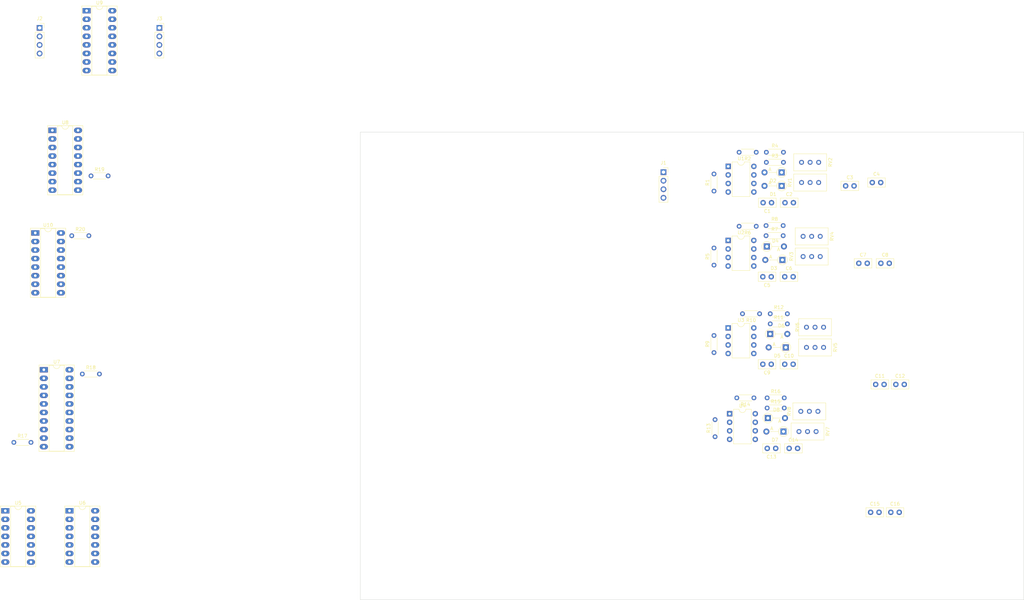
<source format=kicad_pcb>
(kicad_pcb (version 20211014) (generator pcbnew)
  (layers (0 "F.Cu" signal) (31 "B.Cu" signal) (34 "B.Paste" user) (35 "F.Paste" user) (36 "B.SilkS" user "B.Silkscreen") (37 "F.SilkS" user "F.Silkscreen") (38 "B.Mask" user) (39 "F.Mask" user) (44 "Edge.Cuts" user))
  (net 0 "")
  (net 1 "GND")
  (net 2 "Net-(C1-Pad2)")
  (net 3 "Net-(D1-Pad1)")
  (net 4 "/clk1out")
  (net 7 "Net-(J2-Pad1)")
  (net 8 "Net-(J2-Pad2)")
  (net 9 "Net-(J2-Pad3)")
  (net 10 "Net-(J2-Pad4)")
  (net 11 "Net-(J3-Pad1)")
  (net 12 "Net-(J3-Pad2)")
  (net 13 "Net-(J3-Pad3)")
  (net 14 "Net-(J3-Pad4)")
  (net 15 "+5V")
  (net 16 "Net-(R2-Pad1)")
  (net 17 "Net-(D4-Pad2)")
  (net 18 "Net-(R4-Pad2)")
  (net 19 "Net-(R10-Pad1)")
  (net 32 "Net-(C5-Pad2)")
  (net 33 "Net-(C6-Pad2)")
  (net 34 "Net-(D2-Pad2)")
  (net 35 "Net-(D3-Pad1)")
  (net 36 "Net-(R3-Pad2)")
  (net 37 "Net-(R6-Pad1)")
  (net 38 "Net-(R7-Pad2)")
  (net 39 "Net-(R8-Pad2)")
  (net 50 "Net-(C2-Pad2)")
  (net 57 "/clk2out")
  (net 58 "Net-(C9-Pad2)")
  (net 59 "Net-(C10-Pad2)")
  (net 64 "Net-(D5-Pad1)")
  (net 65 "Net-(D6-Pad2)")
  (net 66 "Net-(R11-Pad2)")
  (net 67 "Net-(R12-Pad2)")
  (net 68 "Net-(R14-Pad1)")
  (net 84 "Net-(C13-Pad2)")
  (net 85 "Net-(C14-Pad2)")
  (net 90 "Net-(D7-Pad1)")
  (net 91 "Net-(D8-Pad2)")
  (net 92 "Net-(R15-Pad2)")
  (net 93 "Net-(R16-Pad2)")
  (net 94 "Net-(R17-Pad1)")
  (net 95 "Net-(R18-Pad1)")
  (net 96 "Net-(R19-Pad1)")
  (net 97 "Net-(R20-Pad1)")
  (footprint "Package_DIP:DIP-16_W7.62mm_Socket_LongPads" (layer "F.Cu") (at -34.28 -19.06)
    (fp_text reference "U9" (at 3.81 -2.33) (layer "F.SilkS"))
    (fp_text value "4076")
    (pad "1" thru_hole rect (at 0 0) (size 2.4 1.6) (drill 0.8) (layers *.Cu *.Mask) (net 1 "GND"))
    (pad "2" thru_hole oval (at 0 2.54) (size 2.4 1.6) (drill 0.8) (layers *.Cu *.Mask) (net 1 "GND"))
    (pad "3" thru_hole oval (at 0 5.08) (size 2.4 1.6) (drill 0.8) (layers *.Cu *.Mask) (net 7 "Net-(J2-Pad1)"))
    (pad "4" thru_hole oval (at 0 7.62) (size 2.4 1.6) (drill 0.8) (layers *.Cu *.Mask) (net 8 "Net-(J2-Pad2)"))
    (pad "5" thru_hole oval (at 0 10.16) (size 2.4 1.6) (drill 0.8) (layers *.Cu *.Mask) (net 9 "Net-(J2-Pad3)"))
    (pad "6" thru_hole oval (at 0 12.7) (size 2.4 1.6) (drill 0.8) (layers *.Cu *.Mask) (net 10 "Net-(J2-Pad4)"))
    (pad "7" thru_hole oval (at 0 15.24) (size 2.4 1.6) (drill 0.8) (layers *.Cu *.Mask))
    (pad "8" thru_hole oval (at 0 17.78) (size 2.4 1.6) (drill 0.8) (layers *.Cu *.Mask) (net 1 "GND"))
    (pad "9" thru_hole oval (at 7.62 17.78) (size 2.4 1.6) (drill 0.8) (layers *.Cu *.Mask) (net 1 "GND"))
    (pad "10" thru_hole oval (at 7.62 15.24) (size 2.4 1.6) (drill 0.8) (layers *.Cu *.Mask) (net 1 "GND"))
    (pad "11" thru_hole oval (at 7.62 12.7) (size 2.4 1.6) (drill 0.8) (layers *.Cu *.Mask) (net 14 "Net-(J3-Pad4)"))
    (pad "12" thru_hole oval (at 7.62 10.16) (size 2.4 1.6) (drill 0.8) (layers *.Cu *.Mask) (net 13 "Net-(J3-Pad3)"))
    (pad "13" thru_hole oval (at 7.62 7.62) (size 2.4 1.6) (drill 0.8) (layers *.Cu *.Mask) (net 12 "Net-(J3-Pad2)"))
    (pad "14" thru_hole oval (at 7.62 5.08) (size 2.4 1.6) (drill 0.8) (layers *.Cu *.Mask) (net 11 "Net-(J3-Pad1)"))
    (pad "15" thru_hole oval (at 7.62 2.54) (size 2.4 1.6) (drill 0.8) (layers *.Cu *.Mask) (net 1 "GND"))
    (pad "16" thru_hole oval (at 7.62 0) (size 2.4 1.6) (drill 0.8) (layers *.Cu *.Mask))
  )
  (footprint "Connector_PinSocket_2.54mm:PinSocket_1x04_P2.54mm_Vertical" (layer "F.Cu") (at 137 28.92)
    (fp_text reference "J1" (at 0 -2.77) (layer "F.SilkS"))
    (fp_text value "Conn_01x04_Male")
    (pad "1" thru_hole rect (at 0 0) (size 1.7 1.7) (drill 1) (layers *.Cu *.Mask) (net 4 "/clk1out"))
    (pad "2" thru_hole oval (at 0 2.54) (size 1.7 1.7) (drill 1) (layers *.Cu *.Mask) (net 57 "/clk2out"))
    (pad "3" thru_hole oval (at 0 5.08) (size 1.7 1.7) (drill 1) (layers *.Cu *.Mask))
    (pad "4" thru_hole oval (at 0 7.62) (size 1.7 1.7) (drill 1) (layers *.Cu *.Mask))
  )
  (footprint "Capacitor_THT:C_Disc_D5.0mm_W2.5mm_P2.50mm" (layer "F.Cu") (at 173 60)
    (fp_text reference "C6" (at 1.25 -2.5) (layer "F.SilkS"))
    (fp_text value "C")
    (pad "1" thru_hole circle (at 0 0) (size 1.6 1.6) (drill 0.8) (layers *.Cu *.Mask) (net 1 "GND"))
    (pad "2" thru_hole circle (at 2.5 0) (size 1.6 1.6) (drill 0.8) (layers *.Cu *.Mask) (net 33 "Net-(C6-Pad2)"))
  )
  (footprint "Capacitor_THT:C_Disc_D5.0mm_W2.5mm_P2.50mm" (layer "F.Cu") (at 169 86 180)
    (fp_text reference "C9" (at 1.25 -2.5) (layer "F.SilkS"))
    (fp_text value "C")
    (pad "1" thru_hole circle (at 0 0 180) (size 1.6 1.6) (drill 0.8) (layers *.Cu *.Mask) (net 1 "GND"))
    (pad "2" thru_hole circle (at 2.5 0 180) (size 1.6 1.6) (drill 0.8) (layers *.Cu *.Mask) (net 58 "Net-(C9-Pad2)"))
  )
  (footprint "Resistor_THT:R_Axial_DIN0204_L3.6mm_D1.6mm_P5.08mm_Horizontal" (layer "F.Cu") (at 165.54 71 180)
    (fp_text reference "R10" (at 2.54 -1.92) (layer "F.SilkS"))
    (fp_text value "1k")
    (pad "1" thru_hole circle (at 0 0 180) (size 1.4 1.4) (drill 0.7) (layers *.Cu *.Mask) (net 19 "Net-(R10-Pad1)"))
    (pad "2" thru_hole oval (at 5.08 0 180) (size 1.4 1.4) (drill 0.7) (layers *.Cu *.Mask) (net 15 "+5V"))
  )
  (footprint "Resistor_THT:R_Axial_DIN0204_L3.6mm_D1.6mm_P5.08mm_Horizontal" (layer "F.Cu") (at 167.775 96)
    (fp_text reference "R16" (at 2.54 -1.92) (layer "F.SilkS"))
    (fp_text value "10")
    (pad "1" thru_hole circle (at 0 0) (size 1.4 1.4) (drill 0.7) (layers *.Cu *.Mask) (net 68 "Net-(R14-Pad1)"))
    (pad "2" thru_hole oval (at 5.08 0) (size 1.4 1.4) (drill 0.7) (layers *.Cu *.Mask) (net 93 "Net-(R16-Pad2)"))
  )
  (footprint "Package_DIP:DIP-14_W7.62mm_Socket_LongPads" (layer "F.Cu") (at -39.36 129.535)
    (fp_text reference "U6" (at 3.81 -2.33) (layer "F.SilkS"))
    (fp_text value "4001")
    (pad "1" thru_hole rect (at 0 0) (size 2.4 1.6) (drill 0.8) (layers *.Cu *.Mask))
    (pad "2" thru_hole oval (at 0 2.54) (size 2.4 1.6) (drill 0.8) (layers *.Cu *.Mask))
    (pad "3" thru_hole oval (at 0 5.08) (size 2.4 1.6) (drill 0.8) (layers *.Cu *.Mask))
    (pad "4" thru_hole oval (at 0 7.62) (size 2.4 1.6) (drill 0.8) (layers *.Cu *.Mask))
    (pad "5" thru_hole oval (at 0 10.16) (size 2.4 1.6) (drill 0.8) (layers *.Cu *.Mask))
    (pad "6" thru_hole oval (at 0 12.7) (size 2.4 1.6) (drill 0.8) (layers *.Cu *.Mask))
    (pad "7" thru_hole oval (at 0 15.24) (size 2.4 1.6) (drill 0.8) (layers *.Cu *.Mask) (net 1 "GND"))
    (pad "8" thru_hole oval (at 7.62 15.24) (size 2.4 1.6) (drill 0.8) (layers *.Cu *.Mask))
    (pad "9" thru_hole oval (at 7.62 12.7) (size 2.4 1.6) (drill 0.8) (layers *.Cu *.Mask))
    (pad "10" thru_hole oval (at 7.62 10.16) (size 2.4 1.6) (drill 0.8) (layers *.Cu *.Mask))
    (pad "11" thru_hole oval (at 7.62 7.62) (size 2.4 1.6) (drill 0.8) (layers *.Cu *.Mask))
    (pad "12" thru_hole oval (at 7.62 5.08) (size 2.4 1.6) (drill 0.8) (layers *.Cu *.Mask))
    (pad "13" thru_hole oval (at 7.62 2.54) (size 2.4 1.6) (drill 0.8) (layers *.Cu *.Mask))
    (pad "14" thru_hole oval (at 7.62 0) (size 2.4 1.6) (drill 0.8) (layers *.Cu *.Mask) (net 15 "+5V"))
  )
  (footprint "Diode_THT:D_A-405_P5.08mm_Vertical_AnodeUp" (layer "F.Cu") (at 172.315 55 180)
    (fp_text reference "D3" (at 2.54 -2.47) (layer "F.SilkS"))
    (fp_text value "D")
    (fp_text user "A" (at 3.48 0.9) (layer "F.SilkS"))
    (pad "1" thru_hole rect (at 0 0 180) (size 1.8 1.8) (drill 0.9) (layers *.Cu *.Mask) (net 35 "Net-(D3-Pad1)"))
    (pad "2" thru_hole oval (at 5.08 0 180) (size 1.8 1.8) (drill 0.9) (layers *.Cu *.Mask) (net 33 "Net-(C6-Pad2)"))
  )
  (footprint "Potentiometer_THT:Potentiometer_Bourns_3386C_Horizontal" (layer "F.Cu") (at 184.54 81 -90)
    (fp_text reference "RV5" (at 0 -3.475 90) (layer "F.SilkS"))
    (fp_text value "R_Potentiometer")
    (pad "1" thru_hole circle (at 0 0 270) (size 1.44 1.44) (drill 0.8) (layers *.Cu *.Mask) (net 66 "Net-(R11-Pad2)"))
    (pad "2" thru_hole circle (at 0 2.54 270) (size 1.44 1.44) (drill 0.8) (layers *.Cu *.Mask) (net 66 "Net-(R11-Pad2)"))
    (pad "3" thru_hole circle (at 0 5.08 270) (size 1.44 1.44) (drill 0.8) (layers *.Cu *.Mask) (net 64 "Net-(D5-Pad1)"))
  )
  (footprint "Potentiometer_THT:Potentiometer_Bourns_3386C_Horizontal" (layer "F.Cu") (at 183.54 48 -90)
    (fp_text reference "RV4" (at 0 -3.475 90) (layer "F.SilkS"))
    (fp_text value "R_Potentiometer")
    (pad "1" thru_hole circle (at 0 0 270) (size 1.44 1.44) (drill 0.8) (layers *.Cu *.Mask) (net 17 "Net-(D4-Pad2)"))
    (pad "2" thru_hole circle (at 0 2.54 270) (size 1.44 1.44) (drill 0.8) (layers *.Cu *.Mask) (net 17 "Net-(D4-Pad2)"))
    (pad "3" thru_hole circle (at 0 5.08 270) (size 1.44 1.44) (drill 0.8) (layers *.Cu *.Mask) (net 39 "Net-(R8-Pad2)"))
  )
  (footprint "Resistor_THT:R_Axial_DIN0204_L3.6mm_D1.6mm_P5.08mm_Horizontal" (layer "F.Cu") (at 152.315 107.54 90)
    (fp_text reference "R13" (at 2.54 -1.92 90) (layer "F.SilkS"))
    (fp_text value "1k")
    (pad "1" thru_hole circle (at 0 0 90) (size 1.4 1.4) (drill 0.7) (layers *.Cu *.Mask) (net 15 "+5V"))
    (pad "2" thru_hole oval (at 5.08 0 90) (size 1.4 1.4) (drill 0.7) (layers *.Cu *.Mask) (net 57 "/clk2out"))
  )
  (footprint "Capacitor_THT:C_Disc_D5.0mm_W2.5mm_P2.50mm" (layer "F.Cu") (at 206 92)
    (fp_text reference "C12" (at 1.25 -2.5) (layer "F.SilkS"))
    (fp_text value "C")
    (pad "1" thru_hole circle (at 0 0) (size 1.6 1.6) (drill 0.8) (layers *.Cu *.Mask))
    (pad "2" thru_hole circle (at 2.5 0) (size 1.6 1.6) (drill 0.8) (layers *.Cu *.Mask))
  )
  (footprint "Capacitor_THT:C_Disc_D5.0mm_W2.5mm_P2.50mm" (layer "F.Cu") (at 169.08 38 180)
    (fp_text reference "C1" (at 1.25 -2.5) (layer "F.SilkS"))
    (fp_text value "C")
    (pad "1" thru_hole circle (at 0 0 180) (size 1.6 1.6) (drill 0.8) (layers *.Cu *.Mask) (net 1 "GND"))
    (pad "2" thru_hole circle (at 2.5 0 180) (size 1.6 1.6) (drill 0.8) (layers *.Cu *.Mask) (net 2 "Net-(C1-Pad2)"))
  )
  (footprint "Capacitor_THT:C_Disc_D5.0mm_W2.5mm_P2.50mm" (layer "F.Cu") (at 191.08 33)
    (fp_text reference "C3" (at 1.25 -2.5) (layer "F.SilkS"))
    (fp_text value "C")
    (pad "1" thru_hole circle (at 0 0) (size 1.6 1.6) (drill 0.8) (layers *.Cu *.Mask))
    (pad "2" thru_hole circle (at 2.5 0) (size 1.6 1.6) (drill 0.8) (layers *.Cu *.Mask))
  )
  (footprint "Capacitor_THT:C_Disc_D5.0mm_W2.5mm_P2.50mm" (layer "F.Cu") (at 173.08 38)
    (fp_text reference "C2" (at 1.25 -2.5) (layer "F.SilkS"))
    (fp_text value "C")
    (pad "1" thru_hole circle (at 0 0) (size 1.6 1.6) (drill 0.8) (layers *.Cu *.Mask) (net 1 "GND"))
    (pad "2" thru_hole circle (at 2.5 0) (size 1.6 1.6) (drill 0.8) (layers *.Cu *.Mask) (net 50 "Net-(C2-Pad2)"))
  )
  (footprint "Package_DIP:DIP-16_W7.62mm_Socket_LongPads" (layer "F.Cu") (at -44.44 16.5)
    (fp_text reference "U8" (at 3.81 -2.33) (layer "F.SilkS"))
    (fp_text value "4020")
    (pad "1" thru_hole rect (at 0 0) (size 2.4 1.6) (drill 0.8) (layers *.Cu *.Mask))
    (pad "2" thru_hole oval (at 0 2.54) (size 2.4 1.6) (drill 0.8) (layers *.Cu *.Mask))
    (pad "3" thru_hole oval (at 0 5.08) (size 2.4 1.6) (drill 0.8) (layers *.Cu *.Mask))
    (pad "4" thru_hole oval (at 0 7.62) (size 2.4 1.6) (drill 0.8) (layers *.Cu *.Mask))
    (pad "5" thru_hole oval (at 0 10.16) (size 2.4 1.6) (drill 0.8) (layers *.Cu *.Mask))
    (pad "6" thru_hole oval (at 0 12.7) (size 2.4 1.6) (drill 0.8) (layers *.Cu *.Mask))
    (pad "7" thru_hole oval (at 0 15.24) (size 2.4 1.6) (drill 0.8) (layers *.Cu *.Mask))
    (pad "8" thru_hole oval (at 0 17.78) (size 2.4 1.6) (drill 0.8) (layers *.Cu *.Mask) (net 1 "GND"))
    (pad "9" thru_hole oval (at 7.62 17.78) (size 2.4 1.6) (drill 0.8) (layers *.Cu *.Mask))
    (pad "10" thru_hole oval (at 7.62 15.24) (size 2.4 1.6) (drill 0.8) (layers *.Cu *.Mask))
    (pad "11" thru_hole oval (at 7.62 12.7) (size 2.4 1.6) (drill 0.8) (layers *.Cu *.Mask) (net 96 "Net-(R19-Pad1)"))
    (pad "12" thru_hole oval (at 7.62 10.16) (size 2.4 1.6) (drill 0.8) (layers *.Cu *.Mask))
    (pad "13" thru_hole oval (at 7.62 7.62) (size 2.4 1.6) (drill 0.8) (layers *.Cu *.Mask))
    (pad "14" thru_hole oval (at 7.62 5.08) (size 2.4 1.6) (drill 0.8) (layers *.Cu *.Mask))
    (pad "15" thru_hole oval (at 7.62 2.54) (size 2.4 1.6) (drill 0.8) (layers *.Cu *.Mask))
    (pad "16" thru_hole oval (at 7.62 0) (size 2.4 1.6) (drill 0.8) (layers *.Cu *.Mask) (net 15 "+5V"))
  )
  (footprint "Resistor_THT:R_Axial_DIN0204_L3.6mm_D1.6mm_P5.08mm_Horizontal" (layer "F.Cu") (at 167.46 44.8)
    (fp_text reference "R8" (at 2.54 -1.92) (layer "F.SilkS"))
    (fp_text value "10")
    (pad "1" thru_hole circle (at 0 0) (size 1.4 1.4) (drill 0.7) (layers *.Cu *.Mask) (net 37 "Net-(R6-Pad1)"))
    (pad "2" thru_hole oval (at 5.08 0) (size 1.4 1.4) (drill 0.7) (layers *.Cu *.Mask) (net 39 "Net-(R8-Pad2)"))
  )
  (footprint "Resistor_THT:R_Axial_DIN0204_L3.6mm_D1.6mm_P5.08mm_Horizontal" (layer "F.Cu") (at 152 56.54 90)
    (fp_text reference "R5" (at 2.54 -1.92 90) (layer "F.SilkS"))
    (fp_text value "1k")
    (pad "1" thru_hole circle (at 0 0 90) (size 1.4 1.4) (drill 0.7) (layers *.Cu *.Mask) (net 15 "+5V"))
    (pad "2" thru_hole oval (at 5.08 0 90) (size 1.4 1.4) (drill 0.7) (layers *.Cu *.Mask) (net 57 "/clk2out"))
  )
  (footprint "Resistor_THT:R_Axial_DIN0204_L3.6mm_D1.6mm_P5.08mm_Horizontal" (layer "F.Cu") (at 167.775 99)
    (fp_text reference "R15" (at 2.54 -1.92) (layer "F.SilkS"))
    (fp_text value "10")
    (pad "1" thru_hole circle (at 0 0) (size 1.4 1.4) (drill 0.7) (layers *.Cu *.Mask) (net 68 "Net-(R14-Pad1)"))
    (pad "2" thru_hole oval (at 5.08 0) (size 1.4 1.4) (drill 0.7) (layers *.Cu *.Mask) (net 92 "Net-(R15-Pad2)"))
  )
  (footprint "Resistor_THT:R_Axial_DIN0204_L3.6mm_D1.6mm_P5.08mm_Horizontal" (layer "F.Cu") (at -38.69 47.81)
    (fp_text reference "R20" (at 2.54 -1.92) (layer "F.SilkS"))
    (fp_text value "1k")
    (pad "1" thru_hole circle (at 0 0) (size 1.4 1.4) (drill 0.7) (layers *.Cu *.Mask) (net 97 "Net-(R20-Pad1)"))
    (pad "2" thru_hole oval (at 5.08 0) (size 1.4 1.4) (drill 0.7) (layers *.Cu *.Mask) (net 1 "GND"))
  )
  (footprint "Resistor_THT:R_Axial_DIN0204_L3.6mm_D1.6mm_P5.08mm_Horizontal" (layer "F.Cu") (at 167.46 47.8)
    (fp_text reference "R7" (at 2.54 -1.92) (layer "F.SilkS"))
    (fp_text value "10")
    (pad "1" thru_hole circle (at 0 0) (size 1.4 1.4) (drill 0.7) (layers *.Cu *.Mask) (net 37 "Net-(R6-Pad1)"))
    (pad "2" thru_hole oval (at 5.08 0) (size 1.4 1.4) (drill 0.7) (layers *.Cu *.Mask) (net 38 "Net-(R7-Pad2)"))
  )
  (footprint "Capacitor_THT:C_Disc_D5.0mm_W2.5mm_P2.50mm" (layer "F.Cu") (at 170.315 111 180)
    (fp_text reference "C13" (at 1.25 -2.5) (layer "F.SilkS"))
    (fp_text value "C")
    (pad "1" thru_hole circle (at 0 0 180) (size 1.6 1.6) (drill 0.8) (layers *.Cu *.Mask) (net 1 "GND"))
    (pad "2" thru_hole circle (at 2.5 0 180) (size 1.6 1.6) (drill 0.8) (layers *.Cu *.Mask) (net 84 "Net-(C13-Pad2)"))
  )
  (footprint "Capacitor_THT:C_Disc_D5.0mm_W2.5mm_P2.50mm" (layer "F.Cu") (at 169 60 180)
    (fp_text reference "C5" (at 1.25 -2.5) (layer "F.SilkS"))
    (fp_text value "C")
    (pad "1" thru_hole circle (at 0 0 180) (size 1.6 1.6) (drill 0.8) (layers *.Cu *.Mask) (net 1 "GND"))
    (pad "2" thru_hole circle (at 2.5 0 180) (size 1.6 1.6) (drill 0.8) (layers *.Cu *.Mask) (net 32 "Net-(C5-Pad2)"))
  )
  (footprint "Potentiometer_THT:Potentiometer_Bourns_3386C_Horizontal" (layer "F.Cu") (at 182.315 106 -90)
    (fp_text reference "RV7" (at 0 -3.475 90) (layer "F.SilkS"))
    (fp_text value "R_Potentiometer")
    (pad "1" thru_hole circle (at 0 0 270) (size 1.44 1.44) (drill 0.8) (layers *.Cu *.Mask) (net 92 "Net-(R15-Pad2)"))
    (pad "2" thru_hole circle (at 0 2.54 270) (size 1.44 1.44) (drill 0.8) (layers *.Cu *.Mask) (net 92 "Net-(R15-Pad2)"))
    (pad "3" thru_hole circle (at 0 5.08 270) (size 1.44 1.44) (drill 0.8) (layers *.Cu *.Mask) (net 90 "Net-(D7-Pad1)"))
  )
  (footprint "Potentiometer_THT:Potentiometer_Bourns_3386C_Horizontal" (layer "F.Cu") (at 183.08 26 -90)
    (fp_text reference "RV2" (at 0 -3.475 90) (layer "F.SilkS"))
    (fp_text value "R_Potentiometer")
    (pad "1" thru_hole circle (at 0 0 270) (size 1.44 1.44) (drill 0.8) (layers *.Cu *.Mask) (net 34 "Net-(D2-Pad2)"))
    (pad "2" thru_hole circle (at 0 2.54 270) (size 1.44 1.44) (drill 0.8) (layers *.Cu *.Mask) (net 34 "Net-(D2-Pad2)"))
    (pad "3" thru_hole circle (at 0 5.08 270) (size 1.44 1.44) (drill 0.8) (layers *.Cu *.Mask) (net 18 "Net-(R4-Pad2)"))
  )
  (footprint "Capacitor_THT:C_Disc_D5.0mm_W2.5mm_P2.50mm" (layer "F.Cu") (at 201.55 56)
    (fp_text reference "C8" (at 1.25 -2.5) (layer "F.SilkS"))
    (fp_text value "C")
    (pad "1" thru_hole circle (at 0 0) (size 1.6 1.6) (drill 0.8) (layers *.Cu *.Mask))
    (pad "2" thru_hole circle (at 2.5 0) (size 1.6 1.6) (drill 0.8) (layers *.Cu *.Mask))
  )
  (footprint "Package_DIP:DIP-20_W7.62mm_Socket_LongPads" (layer "F.Cu") (at -46.98 87.635)
    (fp_text reference "U7" (at 3.81 -2.33) (layer "F.SilkS"))
    (fp_text value "74HC240")
    (pad "1" thru_hole rect (at 0 0) (size 2.4 1.6) (drill 0.8) (layers *.Cu *.Mask) (net 94 "Net-(R17-Pad1)"))
    (pad "2" thru_hole oval (at 0 2.54) (size 2.4 1.6) (drill 0.8) (layers *.Cu *.Mask))
    (pad "3" thru_hole oval (at 0 5.08) (size 2.4 1.6) (drill 0.8) (layers *.Cu *.Mask))
    (pad "4" thru_hole oval (at 0 7.62) (size 2.4 1.6) (drill 0.8) (layers *.Cu *.Mask))
    (pad "5" thru_hole oval (at 0 10.16) (size 2.4 1.6) (drill 0.8) (layers *.Cu *.Mask))
    (pad "6" thru_hole oval (at 0 12.7) (size 2.4 1.6) (drill 0.8) (layers *.Cu *.Mask))
    (pad "7" thru_hole oval (at 0 15.24) (size 2.4 1.6) (drill 0.8) (layers *.Cu *.Mask))
    (pad "8" thru_hole oval (at 0 17.78) (size 2.4 1.6) (drill 0.8) (layers *.Cu *.Mask))
    (pad "9" thru_hole oval (at 0 20.32) (size 2.4 1.6) (drill 0.8) (layers *.Cu *.Mask))
    (pad "10" thru_hole oval (at 0 22.86) (size 2.4 1.6) (drill 0.8) (layers *.Cu *.Mask) (net 1 "GND"))
    (pad "11" thru_hole oval (at 7.62 22.86) (size 2.4 1.6) (drill 0.8) (layers *.Cu *.Mask))
    (pad "12" thru_hole oval (at 7.62 20.32) (size 2.4 1.6) (drill 0.8) (layers *.Cu *.Mask))
    (pad "13" thru_hole oval (at 7.62 17.78) (size 2.4 1.6) (drill 0.8) (layers *.Cu *.Mask))
    (pad "14" thru_hole oval (at 7.62 15.24) (size 2.4 1.6) (drill 0.8) (layers *.Cu *.Mask))
    (pad "15" thru_hole oval (at 7.62 12.7) (size 2.4 1.6) (drill 0.8) (layers *.Cu *.Mask))
    (pad "16" thru_hole oval (at 7.62 10.16) (size 2.4 1.6) (drill 0.8) (layers *.Cu *.Mask))
    (pad "17" thru_hole oval (at 7.62 7.62) (size 2.4 1.6) (drill 0.8) (layers *.Cu *.Mask))
    (pad "18" thru_hole oval (at 7.62 5.08) (size 2.4 1.6) (drill 0.8) (layers *.Cu *.Mask))
    (pad "19" thru_hole oval (at 7.62 2.54) (size 2.4 1.6) (drill 0.8) (layers *.Cu *.Mask) (net 95 "Net-(R18-Pad1)"))
    (pad "20" thru_hole oval (at 7.62 0) (size 2.4 1.6) (drill 0.8) (layers *.Cu *.Mask) (net 15 "+5V"))
  )
  (footprint "Resistor_THT:R_Axial_DIN0204_L3.6mm_D1.6mm_P5.08mm_Horizontal" (layer "F.Cu") (at 163.855 96 180)
    (fp_text reference "R14" (at 2.54 -1.92) (layer "F.SilkS"))
    (fp_text value "1k")
    (pad "1" thru_hole circle (at 0 0 180) (size 1.4 1.4) (drill 0.7) (layers *.Cu *.Mask) (net 68 "Net-(R14-Pad1)"))
    (pad "2" thru_hole oval (at 5.08 0 180) (size 1.4 1.4) (drill 0.7) (layers *.Cu *.Mask) (net 15 "+5V"))
  )
  (footprint "Resistor_THT:R_Axial_DIN0204_L3.6mm_D1.6mm_P5.08mm_Horizontal" (layer "F.Cu") (at 168.695 71)
    (fp_text reference "R12" (at 2.54 -1.92) (layer "F.SilkS"))
    (fp_text value "10")
    (pad "1" thru_hole circle (at 0 0) (size 1.4 1.4) (drill 0.7) (layers *.Cu *.Mask) (net 19 "Net-(R10-Pad1)"))
    (pad "2" thru_hole oval (at 5.08 0) (size 1.4 1.4) (drill 0.7) (layers *.Cu *.Mask) (net 67 "Net-(R12-Pad2)"))
  )
  (footprint "Potentiometer_THT:Potentiometer_Bourns_3386C_Horizontal" (layer "F.Cu") (at 179.46 75 90)
    (fp_text reference "RV6" (at 0 -2.7 90) (layer "F.SilkS"))
    (fp_text value "R_Potentiometer")
    (pad "1" thru_hole circle (at 0 0 90) (size 1.44 1.44) (drill 0.8) (layers *.Cu *.Mask) (net 65 "Net-(D6-Pad2)"))
    (pad "2" thru_hole circle (at 0 2.54 90) (size 1.44 1.44) (drill 0.8) (layers *.Cu *.Mask) (net 65 "Net-(D6-Pad2)"))
    (pad "3" thru_hole circle (at 0 5.08 90) (size 1.44 1.44) (drill 0.8) (layers *.Cu *.Mask) (net 67 "Net-(R12-Pad2)"))
  )
  (footprint "Resistor_THT:R_Axial_DIN0204_L3.6mm_D1.6mm_P5.08mm_Horizontal" (layer "F.Cu") (at 164.54 45 180)
    (fp_text reference "R6" (at 2.54 -1.92) (layer "F.SilkS"))
    (fp_text value "1k")
    (pad "1" thru_hole circle (at 0 0 180) (size 1.4 1.4) (drill 0.7) (layers *.Cu *.Mask) (net 37 "Net-(R6-Pad1)"))
    (pad "2" thru_hole oval (at 5.08 0 180) (size 1.4 1.4) (drill 0.7) (layers *.Cu *.Mask) (net 15 "+5V"))
  )
  (footprint "Capacitor_THT:C_Disc_D5.0mm_W2.5mm_P2.50mm" (layer "F.Cu") (at 173 86)
    (fp_text reference "C10" (at 1.25 -2.5) (layer "F.SilkS"))
    (fp_text value "C")
    (pad "1" thru_hole circle (at 0 0) (size 1.6 1.6) (drill 0.8) (layers *.Cu *.Mask) (net 1 "GND"))
    (pad "2" thru_hole circle (at 2.5 0) (size 1.6 1.6) (drill 0.8) (layers *.Cu *.Mask) (net 59 "Net-(C10-Pad2)"))
  )
  (footprint "Package_DIP:DIP-16_W7.62mm_Socket_LongPads" (layer "F.Cu") (at -49.52 46.98)
    (fp_text reference "U10" (at 3.81 -2.33) (layer "F.SilkS"))
    (fp_text value "4017")
    (pad "1" thru_hole rect (at 0 0) (size 2.4 1.6) (drill 0.8) (layers *.Cu *.Mask))
    (pad "2" thru_hole oval (at 0 2.54) (size 2.4 1.6) (drill 0.8) (layers *.Cu *.Mask))
    (pad "3" thru_hole oval (at 0 5.08) (size 2.4 1.6) (drill 0.8) (layers *.Cu *.Mask))
    (pad "4" thru_hole oval (at 0 7.62) (size 2.4 1.6) (drill 0.8) (layers *.Cu *.Mask))
    (pad "5" thru_hole oval (at 0 10.16) (size 2.4 1.6) (drill 0.8) (layers *.Cu *.Mask))
    (pad "6" thru_hole oval (at 0 12.7) (size 2.4 1.6) (drill 0.8) (layers *.Cu *.Mask))
    (pad "7" thru_hole oval (at 0 15.24) (size 2.4 1.6) (drill 0.8) (layers *.Cu *.Mask))
    (pad "8" thru_hole oval (at 0 17.78) (size 2.4 1.6) (drill 0.8) (layers *.Cu *.Mask) (net 1 "GND"))
    (pad "9" thru_hole oval (at 7.62 17.78) (size 2.4 1.6) (drill 0.8) (layers *.Cu *.Mask))
    (pad "10" thru_hole oval (at 7.62 15.24) (size 2.4 1.6) (drill 0.8) (layers *.Cu *.Mask))
    (pad "11" thru_hole oval (at 7.62 12.7) (size 2.4 1.6) (drill 0.8) (layers *.Cu *.Mask))
    (pad "12" thru_hole oval (at 7.62 10.16) (size 2.4 1.6) (drill 0.8) (layers *.Cu *.Mask))
    (pad "13" thru_hole oval (at 7.62 7.62) (size 2.4 1.6) (drill 0.8) (layers *.Cu *.Mask) (net 1 "GND"))
    (pad "14" thru_hole oval (at 7.62 5.08) (size 2.4 1.6) (drill 0.8) (layers *.Cu *.Mask))
    (pad "15" thru_hole oval (at 7.62 2.54) (size 2.4 1.6) (drill 0.8) (layers *.Cu *.Mask) (net 97 "Net-(R20-Pad1)"))
    (pad "16" thru_hole oval (at 7.62 0) (size 2.4 1.6) (drill 0.8) (layers *.Cu *.Mask) (net 15 "+5V"))
  )
  (footprint "Resistor_THT:R_Axial_DIN0204_L3.6mm_D1.6mm_P5.08mm_Horizontal" (layer "F.Cu") (at -32.97 30.03)
    (fp_text reference "R19" (at 2.54 -1.92) (layer "F.SilkS"))
    (fp_text value "1k")
    (pad "1" thru_hole circle (at 0 0) (size 1.4 1.4) (drill 0.7) (layers *.Cu *.Mask) (net 96 "Net-(R19-Pad1)"))
    (pad "2" thru_hole oval (at 5.08 0) (size 1.4 1.4) (drill 0.7) (layers *.Cu *.Mask) (net 1 "GND"))
  )
  (footprint "Capacitor_THT:C_Disc_D5.0mm_W2.5mm_P2.50mm" (layer "F.Cu") (at 198.5 130)
    (fp_text reference "C15" (at 1.25 -2.5) (layer "F.SilkS"))
    (fp_text value "C")
    (pad "1" thru_hole circle (at 0 0) (size 1.6 1.6) (drill 0.8) (layers *.Cu *.Mask))
    (pad "2" thru_hole circle (at 2.5 0) (size 1.6 1.6) (drill 0.8) (layers *.Cu *.Mask))
  )
  (footprint "Connector_PinSocket_2.54mm:PinSocket_1x04_P2.54mm_Vertical" (layer "F.Cu") (at -48.235 -13.96)
    (fp_text reference "J2" (at 0 -2.77) (layer "F.SilkS"))
    (fp_text value "Conn_01x04_Male")
    (pad "1" thru_hole rect (at 0 0) (size 1.7 1.7) (drill 1) (layers *.Cu *.Mask) (net 7 "Net-(J2-Pad1)"))
    (pad "2" thru_hole oval (at 0 2.54) (size 1.7 1.7) (drill 1) (layers *.Cu *.Mask) (net 8 "Net-(J2-Pad2)"))
    (pad "3" thru_hole oval (at 0 5.08) (size 1.7 1.7) (drill 1) (layers *.Cu *.Mask) (net 9 "Net-(J2-Pad3)"))
    (pad "4" thru_hole oval (at 0 7.62) (size 1.7 1.7) (drill 1) (layers *.Cu *.Mask) (net 10 "Net-(J2-Pad4)"))
  )
  (footprint "Package_DIP:DIP-8_W7.62mm" (layer "F.Cu") (at 156.2 49.2)
    (fp_text reference "U2" (at 3.81 -2.33) (layer "F.SilkS"))
    (fp_text value "NE555P")
    (pad "1" thru_hole rect (at 0 0) (size 1.6 1.6) (drill 0.8) (layers *.Cu *.Mask) (net 1 "GND"))
    (pad "2" thru_hole oval (at 0 2.54) (size 1.6 1.6) (drill 0.8) (layers *.Cu *.Mask) (net 33 "Net-(C6-Pad2)"))
    (pad "3" thru_hole oval (at 0 5.08) (size 1.6 1.6) (drill 0.8) (layers *.Cu *.Mask) (net 57 "/clk2out"))
    (pad "4" thru_hole oval (at 0 7.62) (size 1.6 1.6) (drill 0.8) (layers *.Cu *.Mask) (net 15 "+5V"))
    (pad "5" thru_hole oval (at 7.62 7.62) (size 1.6 1.6) (drill 0.8) (layers *.Cu *.Mask) (net 32 "Net-(C5-Pad2)"))
    (pad "6" thru_hole oval (at 7.62 5.08) (size 1.6 1.6) (drill 0.8) (layers *.Cu *.Mask) (net 33 "Net-(C6-Pad2)"))
    (pad "7" thru_hole oval (at 7.62 2.54) (size 1.6 1.6) (drill 0.8) (layers *.Cu *.Mask) (net 37 "Net-(R6-Pad1)"))
    (pad "8" thru_hole oval (at 7.62 0) (size 1.6 1.6) (drill 0.8) (layers *.Cu *.Mask) (net 15 "+5V"))
  )
  (footprint "Capacitor_THT:C_Disc_D5.0mm_W2.5mm_P2.50mm" (layer "F.Cu") (at 174.315 111)
    (fp_text reference "C14" (at 1.25 -2.5) (layer "F.SilkS"))
    (fp_text value "C")
    (pad "1" thru_hole circle (at 0 0) (size 1.6 1.6) (drill 0.8) (layers *.Cu *.Mask) (net 1 "GND"))
    (pad "2" thru_hole circle (at 2.5 0) (size 1.6 1.6) (drill 0.8) (layers *.Cu *.Mask) (net 85 "Net-(C14-Pad2)"))
  )
  (footprint "Diode_THT:D_A-405_P5.08mm_Vertical_AnodeUp" (layer "F.Cu") (at 172.08 29 180)
    (fp_text reference "D2" (at 2.54 -2.47) (layer "F.SilkS"))
    (fp_text value "D")
    (fp_text user "A" (at 3.48 0.9) (layer "F.SilkS"))
    (pad "1" thru_hole rect (at 0 0 180) (size 1.8 1.8) (drill 0.9) (layers *.Cu *.Mask) (net 50 "Net-(C2-Pad2)"))
    (pad "2" thru_hole oval (at 5.08 0 180) (size 1.8 1.8) (drill 0.9) (layers *.Cu *.Mask) (net 34 "Net-(D2-Pad2)"))
  )
  (footprint "Package_DIP:DIP-8_W7.62mm" (layer "F.Cu") (at 156.22 27.2)
    (fp_text reference "U1" (at 3.81 -2.33) (layer "F.SilkS"))
    (fp_text value "NE555P")
    (pad "1" thru_hole rect (at 0 0) (size 1.6 1.6) (drill 0.8) (layers *.Cu *.Mask) (net 1 "GND"))
    (pad "2" thru_hole oval (at 0 2.54) (size 1.6 1.6) (drill 0.8) (layers *.Cu *.Mask) (net 50 "Net-(C2-Pad2)"))
    (pad "3" thru_hole oval (at 0 5.08) (size 1.6 1.6) (drill 0.8) (layers *.Cu *.Mask) (net 4 "/clk1out"))
    (pad "4" thru_hole oval (at 0 7.62) (size 1.6 1.6) (drill 0.8) (layers *.Cu *.Mask) (net 15 "+5V"))
    (pad "5" thru_hole oval (at 7.62 7.62) (size 1.6 1.6) (drill 0.8) (layers *.Cu *.Mask) (net 2 "Net-(C1-Pad2)"))
    (pad "6" thru_hole oval (at 7.62 5.08) (size 1.6 1.6) (drill 0.8) (layers *.Cu *.Mask) (net 50 "Net-(C2-Pad2)"))
    (pad "7" thru_hole oval (at 7.62 2.54) (size 1.6 1.6) (drill 0.8) (layers *.Cu *.Mask) (net 16 "Net-(R2-Pad1)"))
    (pad "8" thru_hole oval (at 7.62 0) (size 1.6 1.6) (drill 0.8) (layers *.Cu *.Mask) (net 15 "+5V"))
  )
  (footprint "Diode_THT:D_A-405_P5.08mm_Vertical_AnodeUp" (layer "F.Cu") (at 168 102)
    (fp_text reference "D8" (at 2.54 -2.47) (layer "F.SilkS"))
    (fp_text value "D")
    (fp_text user "A" (at 3.48 0.9) (layer "F.SilkS"))
    (pad "1" thru_hole rect (at 0 0) (size 1.8 1.8) (drill 0.9) (layers *.Cu *.Mask) (net 85 "Net-(C14-Pad2)"))
    (pad "2" thru_hole oval (at 5.08 0) (size 1.8 1.8) (drill 0.9) (layers *.Cu *.Mask) (net 91 "Net-(D8-Pad2)"))
  )
  (footprint "Resistor_THT:R_Axial_DIN0204_L3.6mm_D1.6mm_P5.08mm_Horizontal" (layer "F.Cu") (at -35.56 88.9)
    (fp_text reference "R18" (at 2.54 -1.92) (layer "F.SilkS"))
    (fp_text value "1k")
    (pad "1" thru_hole circle (at 0 0) (size 1.4 1.4) (drill 0.7) (layers *.Cu *.Mask) (net 95 "Net-(R18-Pad1)"))
    (pad "2" thru_hole oval (at 5.08 0) (size 1.4 1.4) (drill 0.7) (layers *.Cu *.Mask) (net 1 "GND"))
  )
  (footprint "Capacitor_THT:C_Disc_D5.0mm_W2.5mm_P2.50mm" (layer "F.Cu") (at 200 92)
    (fp_text reference "C11" (at 1.25 -2.5) (layer "F.SilkS"))
    (fp_text value "C")
    (pad "1" thru_hole circle (at 0 0) (size 1.6 1.6) (drill 0.8) (layers *.Cu *.Mask))
    (pad "2" thru_hole circle (at 2.5 0) (size 1.6 1.6) (drill 0.8) (layers *.Cu *.Mask))
  )
  (footprint "Potentiometer_THT:Potentiometer_Bourns_3386C_Horizontal" (layer "F.Cu") (at 178 32 90)
    (fp_text reference "RV1" (at 0 -3.475 90) (layer "F.SilkS"))
    (fp_text value "R_Potentiometer")
    (pad "1" thru_hole circle (at 0 0 90) (size 1.44 1.44) (drill 0.8) (layers *.Cu *.Mask) (net 36 "Net-(R3-Pad2)"))
    (pad "2" thru_hole circle (at 0 2.54 90) (size 1.44 1.44) (drill 0.8) (layers *.Cu *.Mask) (net 36 "Net-(R3-Pad2)"))
    (pad "3" thru_hole circle (at 0 5.08 90) (size 1.44 1.44) (drill 0.8) (layers *.Cu *.Mask) (net 3 "Net-(D1-Pad1)"))
  )
  (footprint "Package_DIP:DIP-8_W7.62mm" (layer "F.Cu") (at 156.635 100.7)
    (fp_text reference "U4" (at 3.81 -2.33) (layer "F.SilkS"))
    (fp_text value "NE555P")
    (pad "1" thru_hole rect (at 0 0) (size 1.6 1.6) (drill 0.8) (layers *.Cu *.Mask) (net 1 "GND"))
    (pad "2" thru_hole oval (at 0 2.54) (size 1.6 1.6) (drill 0.8) (layers *.Cu *.Mask) (net 85 "Net-(C14-Pad2)"))
    (pad "3" thru_hole oval (at 0 5.08) (size 1.6 1.6) (drill 0.8) (layers *.Cu *.Mask) (net 57 "/clk2out"))
    (pad "4" thru_hole oval (at 0 7.62) (size 1.6 1.6) (drill 0.8) (layers *.Cu *.Mask) (net 15 "+5V"))
    (pad "5" thru_hole oval (at 7.62 7.62) (size 1.6 1.6) (drill 0.8) (layers *.Cu *.Mask) (net 84 "Net-(C13-Pad2)"))
    (pad "6" thru_hole oval (at 7.62 5.08) (size 1.6 1.6) (drill 0.8) (layers *.Cu *.Mask) (net 85 "Net-(C14-Pad2)"))
    (pad "7" thru_hole oval (at 7.62 2.54) (size 1.6 1.6) (drill 0.8) (layers *.Cu *.Mask) (net 68 "Net-(R14-Pad1)"))
    (pad "8" thru_hole oval (at 7.62 0) (size 1.6 1.6) (drill 0.8) (layers *.Cu *.Mask) (net 15 "+5V"))
  )
  (footprint "Diode_THT:D_A-405_P5.08mm_Vertical_AnodeUp" (layer "F.Cu") (at 168.685 77)
    (fp_text reference "D6" (at 3.315 -2.47) (layer "F.SilkS"))
    (fp_text value "D")
    (fp_text user "A" (at 3.48 0.9) (layer "F.SilkS"))
    (pad "1" thru_hole rect (at 0 0) (size 1.8 1.8) (drill 0.9) (layers *.Cu *.Mask) (net 59 "Net-(C10-Pad2)"))
    (pad "2" thru_hole oval (at 5.08 0) (size 1.8 1.8) (drill 0.9) (layers *.Cu *.Mask) (net 65 "Net-(D6-Pad2)"))
  )
  (footprint "Diode_THT:D_A-405_P5.08mm_Vertical_AnodeUp" (layer "F.Cu") (at 172.08 33 180)
    (fp_text reference "D1" (at 2.54 -2.47) (layer "F.SilkS"))
    (fp_text value "D")
    (fp_text user "A" (at 3.48 0.9) (layer "F.SilkS"))
    (pad "1" thru_hole rect (at 0 0 180) (size 1.8 1.8) (drill 0.9) (layers *.Cu *.Mask) (net 3 "Net-(D1-Pad1)"))
    (pad "2" thru_hole oval (at 5.08 0 180) (size 1.8 1.8) (drill 0.9) (layers *.Cu *.Mask) (net 50 "Net-(C2-Pad2)"))
  )
  (footprint "Capacitor_THT:C_Disc_D5.0mm_W2.5mm_P2.50mm" (layer "F.Cu") (at 204.5 130)
    (fp_text reference "C16" (at 1.25 -2.5) (layer "F.SilkS"))
    (fp_text value "C")
    (pad "1" thru_hole circle (at 0 0) (size 1.6 1.6) (drill 0.8) (layers *.Cu *.Mask))
    (pad "2" thru_hole circle (at 2.5 0) (size 1.6 1.6) (drill 0.8) (layers *.Cu *.Mask))
  )
  (footprint "Diode_THT:D_A-405_P5.08mm_Vertical_AnodeUp" (layer "F.Cu") (at 167.685 51)
    (fp_text reference "D4" (at 2.54 -1.67) (layer "F.SilkS"))
    (fp_text value "D")
    (fp_text user "A" (at 3.48 0.9) (layer "F.SilkS"))
    (pad "1" thru_hole rect (at 0 0) (size 1.8 1.8) (drill 0.9) (layers *.Cu *.Mask) (net 33 "Net-(C6-Pad2)"))
    (pad "2" thru_hole oval (at 5.08 0) (size 1.8 1.8) (drill 0.9) (layers *.Cu *.Mask) (net 17 "Net-(D4-Pad2)"))
  )
  (footprint "Diode_THT:D_A-405_P5.08mm_Vertical_AnodeUp" (layer "F.Cu") (at 173.315 81 180)
    (fp_text reference "D5" (at 2.54 -2.47) (layer "F.SilkS"))
    (fp_text value "D")
    (fp_text user "A" (at 3.48 0.9) (layer "F.SilkS"))
    (pad "1" thru_hole rect (at 0 0 180) (size 1.8 1.8) (drill 0.9) (layers *.Cu *.Mask) (net 64 "Net-(D5-Pad1)"))
    (pad "2" thru_hole oval (at 5.08 0 180) (size 1.8 1.8) (drill 0.9) (layers *.Cu *.Mask) (net 59 "Net-(C10-Pad2)"))
  )
  (footprint "Potentiometer_THT:Potentiometer_Bourns_3386C_Horizontal" (layer "F.Cu") (at 178.46 54 90)
    (fp_text reference "RV3" (at 0 -3.475 90) (layer "F.SilkS"))
    (fp_text value "R_Potentiometer")
    (pad "1" thru_hole circle (at 0 0 90) (size 1.44 1.44) (drill 0.8) (layers *.Cu *.Mask) (net 38 "Net-(R7-Pad2)"))
    (pad "2" thru_hole circle (at 0 2.54 90) (size 1.44 1.44) (drill 0.8) (layers *.Cu *.Mask) (net 38 "Net-(R7-Pad2)"))
    (pad "3" thru_hole circle (at 0 5.08 90) (size 1.44 1.44) (drill 0.8) (layers *.Cu *.Mask) (net 35 "Net-(D3-Pad1)"))
  )
  (footprint "Package_DIP:DIP-8_W7.62mm" (layer "F.Cu") (at 156.2 75.2)
    (fp_text reference "U3" (at 3.81 -2.33) (layer "F.SilkS"))
    (fp_text value "NE555P")
    (pad "1" thru_hole rect (at 0 0) (size 1.6 1.6) (drill 0.8) (layers *.Cu *.Mask) (net 1 "GND"))
    (pad "2" thru_hole oval (at 0 2.54) (size 1.6 1.6) (drill 0.8) (layers *.Cu *.Mask) (net 59 "Net-(C10-Pad2)"))
    (pad "3" thru_hole oval (at 0 5.08) (size 1.6 1.6) (drill 0.8) (layers *.Cu *.Mask) (net 57 "/clk2out"))
    (pad "4" thru_hole oval (at 0 7.62) (size 1.6 1.6) (drill 0.8) (layers *.Cu *.Mask) (net 15 "+5V"))
    (pad "5" thru_hole oval (at 7.62 7.62) (size 1.6 1.6) (drill 0.8) (layers *.Cu *.Mask) (net 58 "Net-(C9-Pad2)"))
    (pad "6" thru_hole oval (at 7.62 5.08) (size 1.6 1.6) (drill 0.8) (layers *.Cu *.Mask) (net 59 "Net-(C10-Pad2)"))
    (pad "7" thru_hole oval (at 7.62 2.54) (size 1.6 1.6) (drill 0.8) (layers *.Cu *.Mask) (net 19 "Net-(R10-Pad1)"))
    (pad "8" thru_hole oval (at 7.62 0) (size 1.6 1.6) (drill 0.8) (layers *.Cu *.Mask) (net 15 "+5V"))
  )
  (footprint "Resistor_THT:R_Axial_DIN0204_L3.6mm_D1.6mm_P5.08mm_Horizontal" (layer "F.Cu") (at -55.88 109.22)
    (fp_text reference "R17" (at 2.54 -1.92) (layer "F.SilkS"))
    (fp_text value "1k")
    (pad "1" thru_hole circle (at 0 0) (size 1.4 1.4) (drill 0.7) (layers *.Cu *.Mask) (net 94 "Net-(R17-Pad1)"))
    (pad "2" thru_hole oval (at 5.08 0) (size 1.4 1.4) (drill 0.7) (layers *.Cu *.Mask) (net 1 "GND"))
  )
  (footprint "Resistor_THT:R_Axial_DIN0204_L3.6mm_D1.6mm_P5.08mm_Horizontal" (layer "F.Cu") (at 164.54 23 180)
    (fp_text reference "R2" (at 2.54 -1.92) (layer "F.SilkS"))
    (fp_text value "1k")
    (pad "1" thru_hole circle (at 0 0 180) (size 1.4 1.4) (drill 0.7) (layers *.Cu *.Mask) (net 16 "Net-(R2-Pad1)"))
    (pad "2" thru_hole oval (at 5.08 0 180) (size 1.4 1.4) (drill 0.7) (layers *.Cu *.Mask) (net 15 "+5V"))
  )
  (footprint "Resistor_THT:R_Axial_DIN0204_L3.6mm_D1.6mm_P5.08mm_Horizontal" (layer "F.Cu") (at 152 82.54 90)
    (fp_text reference "R9" (at 2.54 -1.92 90) (layer "F.SilkS"))
    (fp_text value "1k")
    (pad "1" thru_hole circle (at 0 0 90) (size 1.4 1.4) (drill 0.7) (layers *.Cu *.Mask) (net 15 "+5V"))
    (pad "2" thru_hole oval (at 5.08 0 90) (size 1.4 1.4) (drill 0.7) (layers *.Cu *.Mask) (net 57 "/clk2out"))
  )
  (footprint "Package_DIP:DIP-14_W7.62mm_Socket_LongPads" (layer "F.Cu") (at -58.42 129.54)
    (fp_text reference "U5" (at 3.81 -2.33) (layer "F.SilkS"))
    (fp_text value "4011")
    (pad "1" thru_hole rect (at 0 0) (size 2.4 1.6) (drill 0.8) (layers *.Cu *.Mask))
    (pad "2" thru_hole oval (at 0 2.54) (size 2.4 1.6) (drill 0.8) (layers *.Cu *.Mask))
    (pad "3" thru_hole oval (at 0 5.08) (size 2.4 1.6) (drill 0.8) (layers *.Cu *.Mask))
    (pad "4" thru_hole oval (at 0 7.62) (size 2.4 1.6) (drill 0.8) (layers *.Cu *.Mask))
    (pad "5" thru_hole oval (at 0 10.16) (size 2.4 1.6) (drill 0.8) (layers *.Cu *.Mask))
    (pad "6" thru_hole oval (at 0 12.7) (size 2.4 1.6) (drill 0.8) (layers *.Cu *.Mask))
    (pad "7" thru_hole oval (at 0 15.24) (size 2.4 1.6) (drill 0.8) (layers *.Cu *.Mask) (net 1 "GND"))
    (pad "8" thru_hole oval (at 7.62 15.24) (size 2.4 1.6) (drill 0.8) (layers *.Cu *.Mask))
    (pad "9" thru_hole oval (at 7.62 12.7) (size 2.4 1.6) (drill 0.8) (layers *.Cu *.Mask))
    (pad "10" thru_hole oval (at 7.62 10.16) (size 2.4 1.6) (drill 0.8) (layers *.Cu *.Mask))
    (pad "11" thru_hole oval (at 7.62 7.62) (size 2.4 1.6) (drill 0.8) (layers *.Cu *.Mask))
    (pad "12" thru_hole oval (at 7.62 5.08) (size 2.4 1.6) (drill 0.8) (layers *.Cu *.Mask))
    (pad "13" thru_hole oval (at 7.62 2.54) (size 2.4 1.6) (drill 0.8) (layers *.Cu *.Mask))
    (pad "14" thru_hole oval (at 7.62 0) (size 2.4 1.6) (drill 0.8) (layers *.Cu *.Mask) (net 15 "+5V"))
  )
  (footprint "Resistor_THT:R_Axial_DIN0204_L3.6mm_D1.6mm_P5.08mm_Horizontal" (layer "F.Cu") (at 167.54 23)
    (fp_text reference "R4" (at 2.54 -1.92) (layer "F.SilkS"))
    (fp_text value "10")
    (pad "1" thru_hole circle (at 0 0) (size 1.4 1.4) (drill 0.7) (layers *.Cu *.Mask) (net 16 "Net-(R2-Pad1)"))
    (pad "2" thru_hole oval (at 5.08 0) (size 1.4 1.4) (drill 0.7) (layers *.Cu *.Mask) (net 18 "Net-(R4-Pad2)"))
  )
  (footprint "Resistor_THT:R_Axial_DIN0204_L3.6mm_D1.6mm_P5.08mm_Horizontal" (layer "F.Cu") (at 152 34.54 90)
    (fp_text reference "R1" (at 2.54 -1.92 90) (layer "F.SilkS"))
    (fp_text value "1k")
    (pad "1" thru_hole circle (at 0 0 90) (size 1.4 1.4) (drill 0.7) (layers *.Cu *.Mask) (net 15 "+5V"))
    (pad "2" thru_hole oval (at 5.08 0 90) (size 1.4 1.4) (drill 0.7) (layers *.Cu *.Mask) (net 4 "/clk1out"))
  )
  (footprint "Diode_THT:D_A-405_P5.08mm_Vertical_AnodeUp" (layer "F.Cu") (at 172.63 106 180)
    (fp_text reference "D7" (at 2.54 -2.47) (layer "F.SilkS"))
    (fp_text value "D")
    (fp_text user "A" (at 3.48 0.9) (layer "F.SilkS"))
    (pad "1" thru_hole rect (at 0 0 180) (size 1.8 1.8) (drill 0.9) (layers *.Cu *.Mask) (net 90 "Net-(D7-Pad1)"))
    (pad "2" thru_hole oval (at 5.08 0 180) (size 1.8 1.8) (drill 0.9) (layers *.Cu *.Mask) (net 85 "Net-(C14-Pad2)"))
  )
  (footprint "Potentiometer_THT:Potentiometer_Bourns_3386C_Horizontal" (layer "F.Cu") (at 177.775 100 90)
    (fp_text reference "RV8" (at 0 -3.475 90) (layer "F.SilkS"))
    (fp_text value "R_Potentiometer")
    (pad "1" thru_hole circle (at 0 0 90) (size 1.44 1.44) (drill 0.8) (layers *.Cu *.Mask) (net 91 "Net-(D8-Pad2)"))
    (pad "2" thru_hole circle (at 0 2.54 90) (size 1.44 1.44) (drill 0.8) (layers *.Cu *.Mask) (net 91 "Net-(D8-Pad2)"))
    (pad "3" thru_hole circle (at 0 5.08 90) (size 1.44 1.44) (drill 0.8) (layers *.Cu *.Mask) (net 93 "Net-(R16-Pad2)"))
  )
  (footprint "Capacitor_THT:C_Disc_D5.0mm_W2.5mm_P2.50mm" (layer "F.Cu") (at 195 56)
    (fp_text reference "C7" (at 1.25 -2.5) (layer "F.SilkS"))
    (fp_text value "C")
    (pad "1" thru_hole circle (at 0 0) (size 1.6 1.6) (drill 0.8) (layers *.Cu *.Mask))
    (pad "2" thru_hole circle (at 2.5 0) (size 1.6 1.6) (drill 0.8) (layers *.Cu *.Mask))
  )
  (footprint "Resistor_THT:R_Axial_DIN0204_L3.6mm_D1.6mm_P5.08mm_Horizontal" (layer "F.Cu") (at 167.54 26)
    (fp_text reference "R3" (at 2.54 -1.92) (layer "F.SilkS"))
    (fp_text value "10")
    (pad "1" thru_hole circle (at 0 0) (size 1.4 1.4) (drill 0.7) (layers *.Cu *.Mask) (net 16 "Net-(R2-Pad1)"))
    (pad "2" thru_hole oval (at 5.08 0) (size 1.4 1.4) (drill 0.7) (layers *.Cu *.Mask) (net 36 "Net-(R3-Pad2)"))
  )
  (footprint "Resistor_THT:R_Axial_DIN0204_L3.6mm_D1.6mm_P5.08mm_Horizontal" (layer "F.Cu") (at 168.695 74)
    (fp_text reference "R11" (at 2.54 -1.92) (layer "F.SilkS"))
    (fp_text value "10")
    (pad "1" thru_hole circle (at 0 0) (size 1.4 1.4) (drill 0.7) (layers *.Cu *.Mask) (net 19 "Net-(R10-Pad1)"))
    (pad "2" thru_hole oval (at 5.08 0) (size 1.4 1.4) (drill 0.7) (layers *.Cu *.Mask) (net 66 "Net-(R11-Pad2)"))
  )
  (footprint "Connector_PinSocket_2.54mm:PinSocket_1x04_P2.54mm_Vertical" (layer "F.Cu") (at -12.675 -13.96)
    (fp_text reference "J3" (at 0 -2.77) (layer "F.SilkS"))
    (fp_text value "Conn_01x04_Male")
    (pad "1" thru_hole rect (at 0 0) (size 1.7 1.7) (drill 1) (layers *.Cu *.Mask) (net 11 "Net-(J3-Pad1)"))
    (pad "2" thru_hole oval (at 0 2.54) (size 1.7 1.7) (drill 1) (layers *.Cu *.Mask) (net 12 "Net-(J3-Pad2)"))
    (pad "3" thru_hole oval (at 0 5.08) (size 1.7 1.7) (drill 1) (layers *.Cu *.Mask) (net 13 "Net-(J3-Pad3)"))
    (pad "4" thru_hole oval (at 0 7.62) (size 1.7 1.7) (drill 1) (layers *.Cu *.Mask) (net 14 "Net-(J3-Pad4)"))
  )
  (footprint "Capacitor_THT:C_Disc_D5.0mm_W2.5mm_P2.50mm" (layer "F.Cu") (at 199 32)
    (fp_text reference "C4" (at 1.25 -2.5) (layer "F.SilkS"))
    (fp_text value "C")
    (pad "1" thru_hole circle (at 0 0) (size 1.6 1.6) (drill 0.8) (layers *.Cu *.Mask))
    (pad "2" thru_hole circle (at 2.5 0) (size 1.6 1.6) (drill 0.8) (layers *.Cu *.Mask))
  )
  (gr_rect (start 47 17) (end 244 156) (layer "Edge.Cuts") (width 0.1) (fill none))
)
</source>
